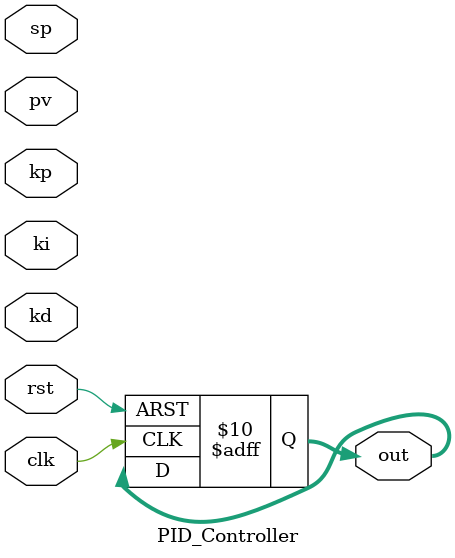
<source format=v>


module PID_Controller (
    input wire clk,                // Clock signal
    input wire rst,                // Reset signal
    input wire signed [15:0] sp,   // Setpoint (desired value)
    input wire signed [15:0] pv,   // Process variable (measured value)
    input wire signed [15:0] kp,   // Proportional gain
    input wire signed [15:0] ki,   // Integral gain
    input wire signed [15:0] kd,   // Derivative gain
    output reg signed [7:0] out    // Output rotation degree (0~180)
);

    // Internal registers for calculation
    reg signed [15:0] error;       // Current error
    reg signed [15:0] prev_error;  // Previous error
    reg signed [31:0] integral;    // Accumulated integral term (32-bit to prevent overflow)
    reg signed [15:0] derivative;  // Derivative term
    reg signed [31:0] total_gain;   // Total gain

    always @(posedge clk or posedge rst) begin
        if (rst) begin
            // Reset all values
            error <= 0;
            prev_error <= 0;
            integral <= 0;
            derivative <= 0;
            out <= 0;
        end else begin
            // Calculate new error
            error <= sp - pv;

            // Calculate integral term
            integral <= integral + error;

            // Calculate derivative term
            derivative <= error - prev_error;

            // Compute PID output
            total_gain <= (kp * error) + (ki * integral[15:0]) + (kd * derivative);

            // Store current error as previous error for the next cycle
            prev_error <= error;

            // Output rotation degree (0~180)
            // logic
        end
    end
endmodule
</source>
